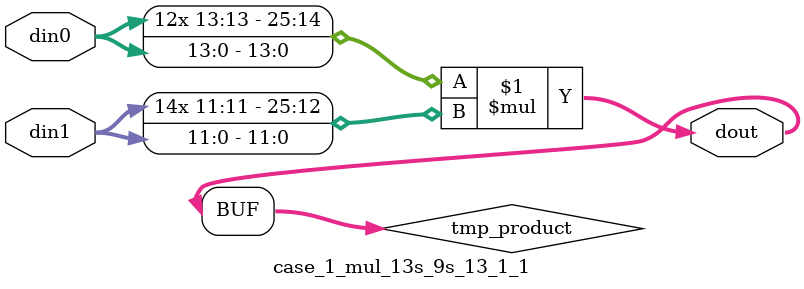
<source format=v>

`timescale 1 ns / 1 ps

 module case_1_mul_13s_9s_13_1_1(din0, din1, dout);
parameter ID = 1;
parameter NUM_STAGE = 0;
parameter din0_WIDTH = 14;
parameter din1_WIDTH = 12;
parameter dout_WIDTH = 26;

input [din0_WIDTH - 1 : 0] din0; 
input [din1_WIDTH - 1 : 0] din1; 
output [dout_WIDTH - 1 : 0] dout;

wire signed [dout_WIDTH - 1 : 0] tmp_product;



























assign tmp_product = $signed(din0) * $signed(din1);








assign dout = tmp_product;





















endmodule

</source>
